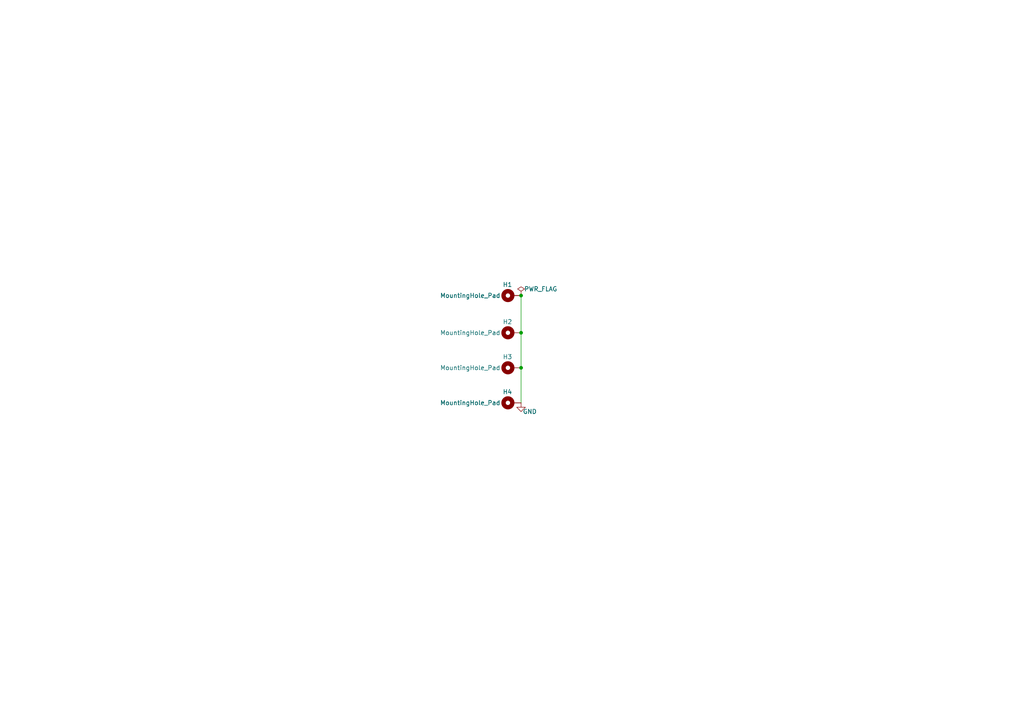
<source format=kicad_sch>
(kicad_sch (version 20210406) (generator eeschema)
  (paper "A4")
  (lib_symbols
    (symbol "Mechanical:MountingHole_Pad" (pin_numbers hide) (pin_names (offset 1.016) hide)
      (property "Reference" "H" (at 0 6.35 0))
      (property "Value" "MountingHole_Pad" (at 0 4.445 0))
      (symbol "MountingHole_Pad_0_1"
        (circle (center 0 1.27) (radius 1.27) (stroke (width 1.27)))
      )
      (symbol "MountingHole_Pad_1_1"
        (pin input line (at 0 -2.54 90) (length 2.54) (name "1") (number "1"))
      )
    )
    (symbol "power:GND" (power) (pin_names (offset 0))
      (property "Value" "GND" (at 0 -3.81 0))
      (symbol "GND_0_1"
        (polyline (pts (xy 0 0) (xy 0 -1.27) (xy 1.27 -1.27) (xy 0 -2.54) (xy -1.27 -1.27) (xy 0 -1.27)))
      )
      (symbol "GND_1_1"
        (pin power_in line (at 0 0 270) (length 0) hide (name "GND") (number "1"))
      )
    )
    (symbol "power:PWR_FLAG" (power) (pin_numbers hide) (pin_names (offset 0) hide)
      (property "Value" "PWR_FLAG" (at 0 3.81 0))
      (symbol "PWR_FLAG_0_0"
        (pin power_out line (at 0 0 90) (length 0) (name "pwr") (number "1"))
      )
      (symbol "PWR_FLAG_0_1"
        (polyline (pts (xy 0 0) (xy 0 1.27) (xy -1.016 1.905) (xy 0 2.54) (xy 1.016 1.905) (xy 0 1.27)))
      )
    )
  )
  (junction (at 151.13 85.725) (diameter 0.9144))
  (junction (at 151.13 96.52) (diameter 0.9144))
  (junction (at 151.13 106.68) (diameter 0.9144))
  (wire (pts (xy 151.13 85.725) (xy 151.13 96.52)))
  (wire (pts (xy 151.13 96.52) (xy 151.13 106.68)))
  (wire (pts (xy 151.13 106.68) (xy 151.13 116.84)))
  (symbol (lib_id "power:PWR_FLAG") (at 151.13 85.725 0) (unit 1)
    (property "Reference" "#FLG0101" (effects hide))
    (property "Value" "PWR_FLAG" (at 156.845 83.82 0))
  )
  (symbol (lib_id "power:GND") (at 151.13 116.84 0) (unit 1)
    (property "Reference" "#PWR0101" (effects hide))
    (property "Value" "GND" (at 153.67 119.38 0))
  )
  (symbol (lib_id "Mechanical:MountingHole_Pad") (at 148.59 85.725 90) (unit 1)
    (property "Reference" "H1" (at 147.193 82.55 90))
    (property "Value" "MountingHole_Pad" (at 136.398 85.725 90))
    (property "Footprint" "MountingHole:MountingHole_2.5mm_Pad" (effects hide))
  )
  (symbol (lib_id "Mechanical:MountingHole_Pad") (at 148.59 96.52 90) (unit 1)
    (property "Reference" "H2" (at 147.193 93.345 90))
    (property "Value" "MountingHole_Pad" (at 136.398 96.52 90))
    (property "Footprint" "MountingHole:MountingHole_2.5mm_Pad" (effects hide))
  )
  (symbol (lib_id "Mechanical:MountingHole_Pad") (at 148.59 106.68 90) (unit 1)
    (property "Reference" "H3" (at 147.193 103.505 90))
    (property "Value" "MountingHole_Pad" (at 136.398 106.68 90))
    (property "Footprint" "MountingHole:MountingHole_2.5mm_Pad" (effects hide))
  )
  (symbol (lib_id "Mechanical:MountingHole_Pad") (at 148.59 116.84 90) (unit 1)
    (property "Reference" "H4" (at 147.193 113.665 90))
    (property "Value" "MountingHole_Pad" (at 136.398 116.84 90))
    (property "Footprint" "MountingHole:MountingHole_2.5mm_Pad" (effects hide))
  )
)
</source>
